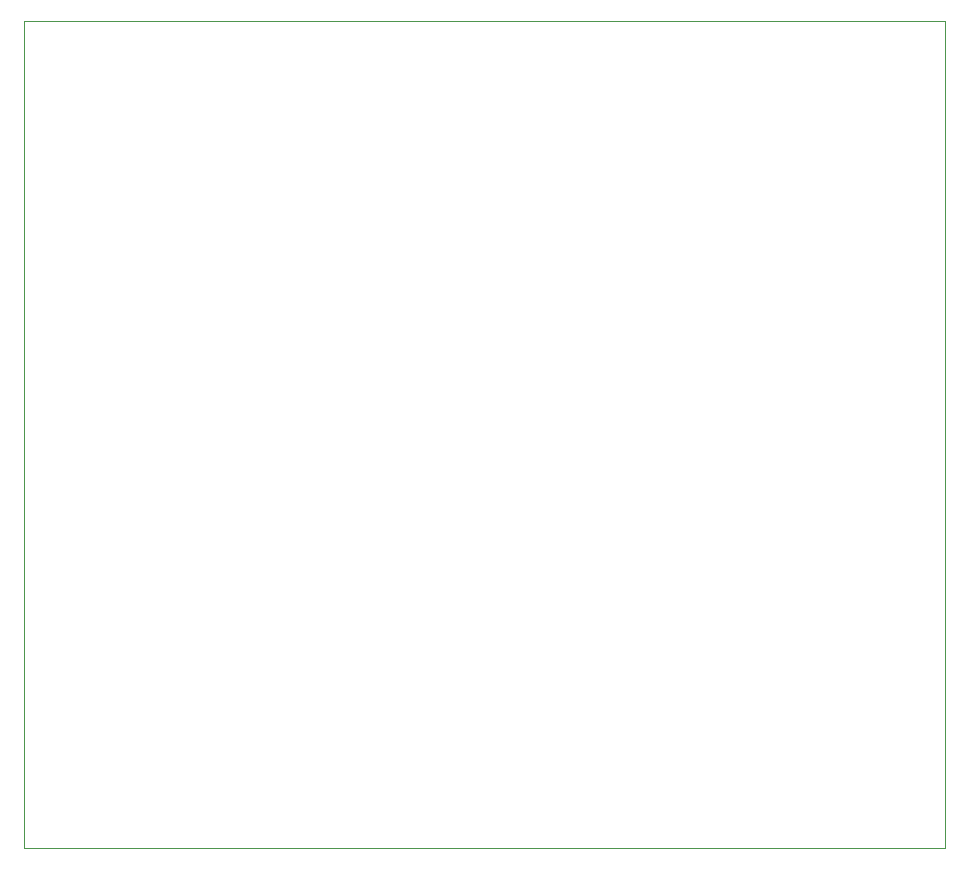
<source format=gbr>
%TF.GenerationSoftware,KiCad,Pcbnew,5.1.10*%
%TF.CreationDate,2021-11-29T17:51:52+01:00*%
%TF.ProjectId,Speichermodul_A,53706569-6368-4657-926d-6f64756c5f41,1*%
%TF.SameCoordinates,Original*%
%TF.FileFunction,Profile,NP*%
%FSLAX46Y46*%
G04 Gerber Fmt 4.6, Leading zero omitted, Abs format (unit mm)*
G04 Created by KiCad (PCBNEW 5.1.10) date 2021-11-29 17:51:52*
%MOMM*%
%LPD*%
G01*
G04 APERTURE LIST*
%TA.AperFunction,Profile*%
%ADD10C,0.120000*%
%TD*%
G04 APERTURE END LIST*
D10*
X113000000Y-67000000D02*
X113000000Y-137000000D01*
X191000000Y-67000000D02*
X113000000Y-67000000D01*
X191000000Y-137000000D02*
X191000000Y-67000000D01*
X113000000Y-137000000D02*
X191000000Y-137000000D01*
M02*

</source>
